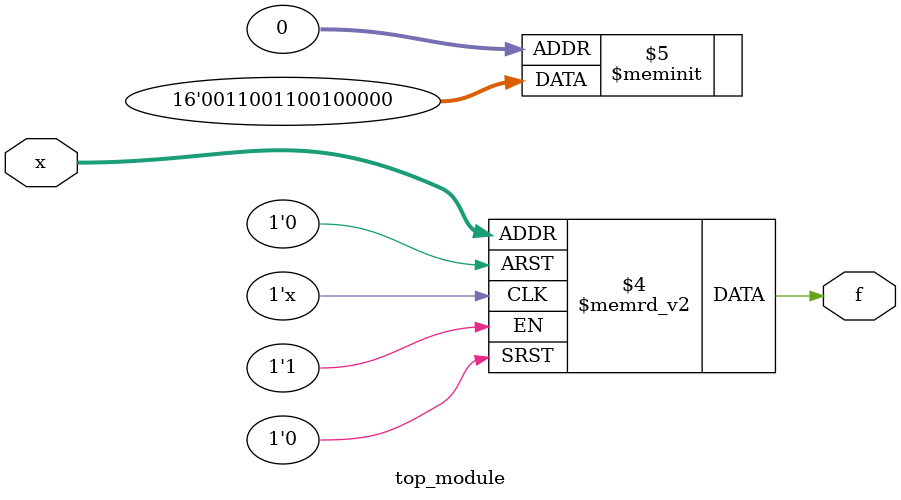
<source format=sv>
module top_module (
    input [4:1] x,
    output logic f
);

always_comb begin
    case ({x[4], x[3], x[2], x[1]})
        4'b0000, 4'b0010, 4'b0111, 4'b1010: f = 1'b0; // don't-care cases
        4'b0001: f = 1'b0;
        4'b0101: f = 1'b1;
        4'b0110: f = 1'b0;
        4'b1000, 4'b1001, 4'b1100, 4'b1101: f = 1'b1;
        default: f = 1'b0; // don't-care cases
    endcase
end

endmodule

</source>
